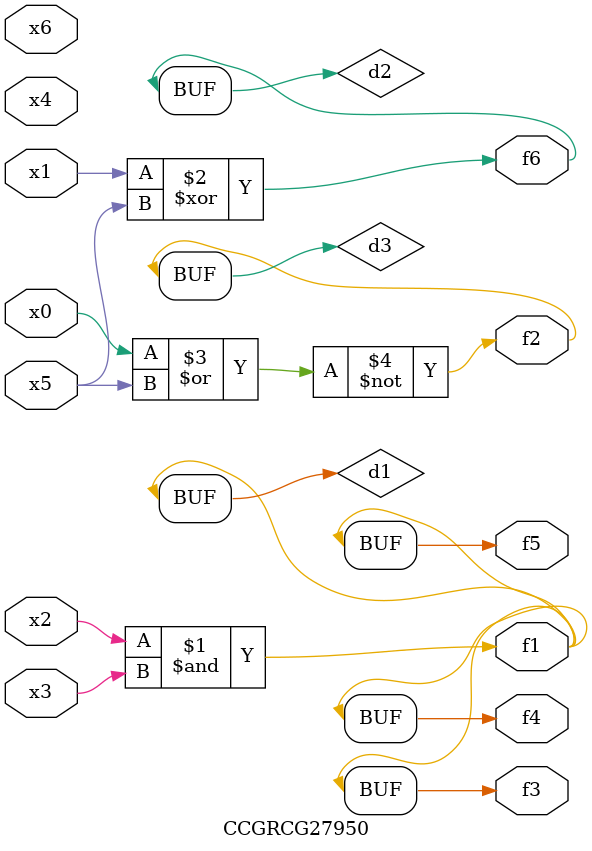
<source format=v>
module CCGRCG27950(
	input x0, x1, x2, x3, x4, x5, x6,
	output f1, f2, f3, f4, f5, f6
);

	wire d1, d2, d3;

	and (d1, x2, x3);
	xor (d2, x1, x5);
	nor (d3, x0, x5);
	assign f1 = d1;
	assign f2 = d3;
	assign f3 = d1;
	assign f4 = d1;
	assign f5 = d1;
	assign f6 = d2;
endmodule

</source>
